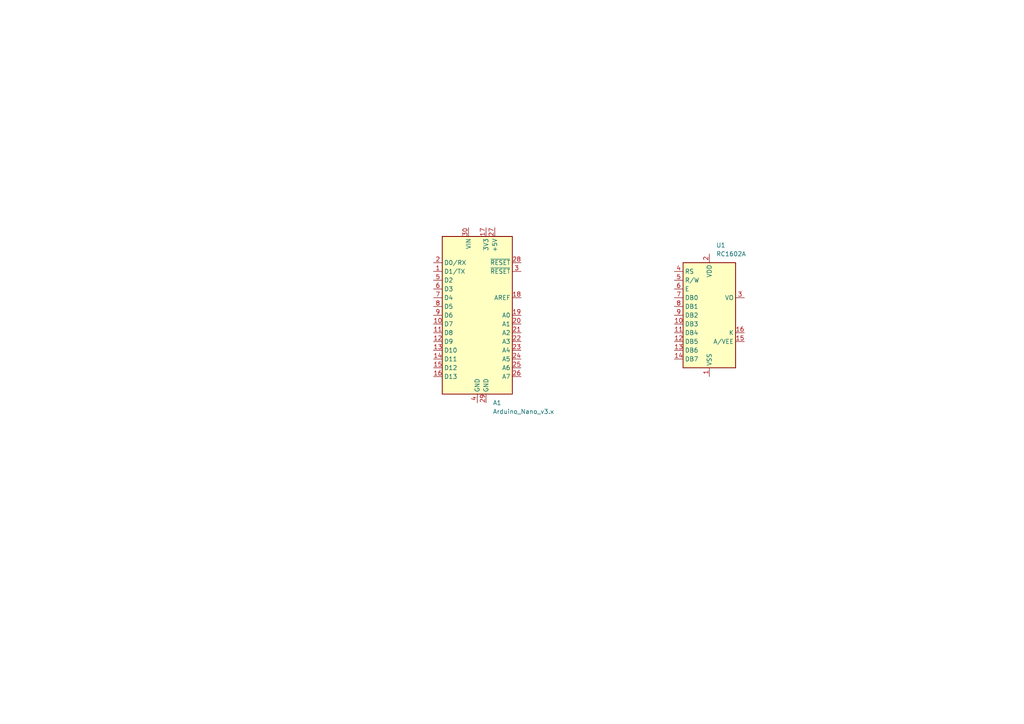
<source format=kicad_sch>
(kicad_sch (version 20230121) (generator eeschema)
  (paper "A4")
  (lib_symbols
    (symbol "Display_Character:RC1602A"
      (property "Reference" "U" (at -6.35 16.51 0))
      (property "Value" "RC1602A" (at 2.794 16.51 0))
      (symbol "RC1602A_0_1"
        (rectangle (start -7.62 15.24) (end 7.62 -15.24) (stroke (width 0.254)) (fill (type background)))
      )
      (symbol "RC1602A_1_1"
        (pin power_in line (at 0 -17.78 90) (length 2.54) (name "VSS") (number "1"))
        (pin bidirectional line (at -10.16 -2.54 0) (length 2.54) (name "DB3") (number "10"))
        (pin bidirectional line (at -10.16 -5.08 0) (length 2.54) (name "DB4") (number "11"))
        (pin bidirectional line (at -10.16 -7.62 0) (length 2.54) (name "DB5") (number "12"))
        (pin bidirectional line (at -10.16 -10.16 0) (length 2.54) (name "DB6") (number "13"))
        (pin bidirectional line (at -10.16 -12.7 0) (length 2.54) (name "DB7") (number "14"))
        (pin power_in line (at 10.16 -7.62 180) (length 2.54) (name "A/VEE") (number "15"))
        (pin power_in line (at 10.16 -5.08 180) (length 2.54) (name "K") (number "16"))
        (pin power_in line (at 0 17.78 270) (length 2.54) (name "VDD") (number "2"))
        (pin power_in line (at 10.16 5.08 180) (length 2.54) (name "VO") (number "3"))
        (pin input line (at -10.16 12.7 0) (length 2.54) (name "RS") (number "4"))
        (pin input line (at -10.16 10.16 0) (length 2.54) (name "R/W") (number "5"))
        (pin input line (at -10.16 7.62 0) (length 2.54) (name "E") (number "6"))
        (pin bidirectional line (at -10.16 5.08 0) (length 2.54) (name "DB0") (number "7"))
        (pin bidirectional line (at -10.16 2.54 0) (length 2.54) (name "DB1") (number "8"))
        (pin bidirectional line (at -10.16 0 0) (length 2.54) (name "DB2") (number "9"))
      )
    )
    (symbol "MCU_Module:Arduino_Nano_v3.x"
      (property "Reference" "A" (at -10.16 23.495 0))
      (property "Value" "Arduino_Nano_v3.x" (at 5.08 -24.13 0))
      (symbol "Arduino_Nano_v3.x_0_1"
        (rectangle (start -10.16 22.86) (end 10.16 -22.86) (stroke (width 0.254)) (fill (type background)))
      )
      (symbol "Arduino_Nano_v3.x_1_1"
        (pin bidirectional line (at -12.7 12.7 0) (length 2.54) (name "D1/TX") (number "1"))
        (pin bidirectional line (at -12.7 -2.54 0) (length 2.54) (name "D7") (number "10"))
        (pin bidirectional line (at -12.7 -5.08 0) (length 2.54) (name "D8") (number "11"))
        (pin bidirectional line (at -12.7 -7.62 0) (length 2.54) (name "D9") (number "12"))
        (pin bidirectional line (at -12.7 -10.16 0) (length 2.54) (name "D10") (number "13"))
        (pin bidirectional line (at -12.7 -12.7 0) (length 2.54) (name "D11") (number "14"))
        (pin bidirectional line (at -12.7 -15.24 0) (length 2.54) (name "D12") (number "15"))
        (pin bidirectional line (at -12.7 -17.78 0) (length 2.54) (name "D13") (number "16"))
        (pin power_out line (at 2.54 25.4 270) (length 2.54) (name "3V3") (number "17"))
        (pin input line (at 12.7 5.08 180) (length 2.54) (name "AREF") (number "18"))
        (pin bidirectional line (at 12.7 0 180) (length 2.54) (name "A0") (number "19"))
        (pin bidirectional line (at -12.7 15.24 0) (length 2.54) (name "D0/RX") (number "2"))
        (pin bidirectional line (at 12.7 -2.54 180) (length 2.54) (name "A1") (number "20"))
        (pin bidirectional line (at 12.7 -5.08 180) (length 2.54) (name "A2") (number "21"))
        (pin bidirectional line (at 12.7 -7.62 180) (length 2.54) (name "A3") (number "22"))
        (pin bidirectional line (at 12.7 -10.16 180) (length 2.54) (name "A4") (number "23"))
        (pin bidirectional line (at 12.7 -12.7 180) (length 2.54) (name "A5") (number "24"))
        (pin bidirectional line (at 12.7 -15.24 180) (length 2.54) (name "A6") (number "25"))
        (pin bidirectional line (at 12.7 -17.78 180) (length 2.54) (name "A7") (number "26"))
        (pin power_out line (at 5.08 25.4 270) (length 2.54) (name "+5V") (number "27"))
        (pin input line (at 12.7 15.24 180) (length 2.54) (name "~{RESET}") (number "28"))
        (pin power_in line (at 2.54 -25.4 90) (length 2.54) (name "GND") (number "29"))
        (pin input line (at 12.7 12.7 180) (length 2.54) (name "~{RESET}") (number "3"))
        (pin power_in line (at -2.54 25.4 270) (length 2.54) (name "VIN") (number "30"))
        (pin power_in line (at 0 -25.4 90) (length 2.54) (name "GND") (number "4"))
        (pin bidirectional line (at -12.7 10.16 0) (length 2.54) (name "D2") (number "5"))
        (pin bidirectional line (at -12.7 7.62 0) (length 2.54) (name "D3") (number "6"))
        (pin bidirectional line (at -12.7 5.08 0) (length 2.54) (name "D4") (number "7"))
        (pin bidirectional line (at -12.7 2.54 0) (length 2.54) (name "D5") (number "8"))
        (pin bidirectional line (at -12.7 0 0) (length 2.54) (name "D6") (number "9"))
      )
    )
  )
  (symbol (lib_id "Display_Character:RC1602A") (at 205.74 91.44 0) (unit 1)
    (property "Reference" "U1" (at 207.6959 71.12 0) (effects (justify left)))
    (property "Value" "RC1602A" (at 207.6959 73.66 0) (effects (justify left)))
    (property "Footprint" "Display:RC1602A" (effects hide))
    (property "Datasheet" "http://www.raystar-optronics.com/down.php?ProID=18" (effects hide))
  )
  (symbol (lib_id "MCU_Module:Arduino_Nano_v3.x") (at 138.43 91.44 0) (unit 1)
    (property "Reference" "A1" (at 142.9259 116.84 0) (effects (justify left)))
    (property "Value" "Arduino_Nano_v3.x" (at 142.9259 119.38 0) (effects (justify left)))
    (property "Footprint" "Module:Arduino_Nano" (effects hide))
    (property "Datasheet" "http://www.mouser.com/pdfdocs/Gravitech_Arduino_Nano3_0.pdf" (effects hide))
  )
)
</source>
